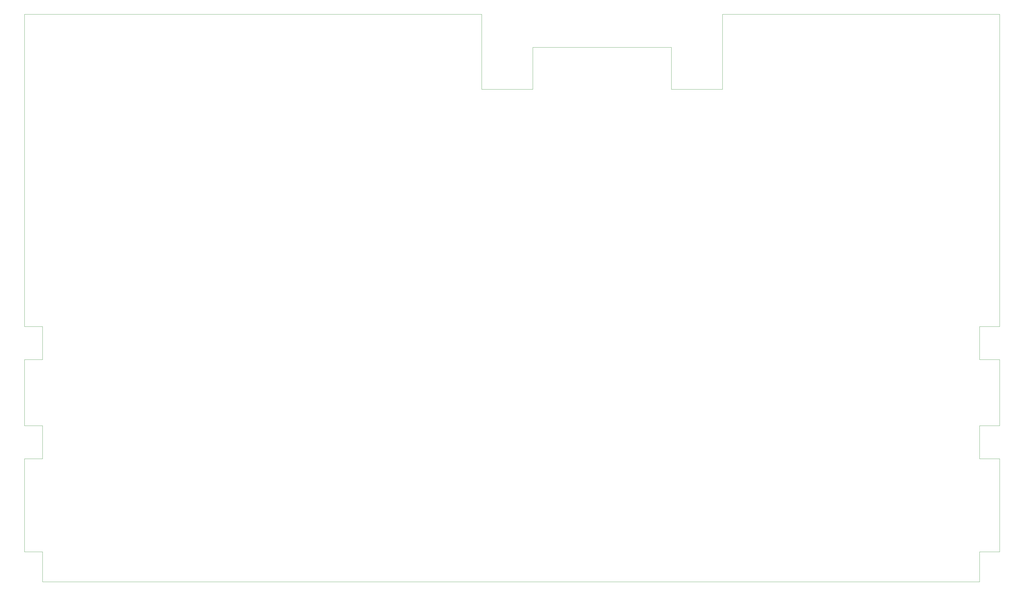
<source format=gm1>
G04 #@! TF.GenerationSoftware,KiCad,Pcbnew,(5.1.0)-1*
G04 #@! TF.CreationDate,2020-11-23T22:02:09+01:00*
G04 #@! TF.ProjectId,Atari 130XE,41746172-6920-4313-9330-58452e6b6963,1.1*
G04 #@! TF.SameCoordinates,Original*
G04 #@! TF.FileFunction,Profile,NP*
%FSLAX46Y46*%
G04 Gerber Fmt 4.6, Leading zero omitted, Abs format (unit mm)*
G04 Created by KiCad (PCBNEW (5.1.0)-1) date 2020-11-23 22:02:09*
%MOMM*%
%LPD*%
G04 APERTURE LIST*
%ADD10C,0.050000*%
G04 APERTURE END LIST*
D10*
X359000000Y-222000000D02*
X359000000Y-232000000D01*
X359000000Y-222000000D02*
X365700000Y-222000000D01*
X365700000Y-191000000D02*
X365700000Y-222000000D01*
X359000000Y-191000000D02*
X365700000Y-191000000D01*
X359000000Y-180000000D02*
X359000000Y-191000000D01*
X359000000Y-180000000D02*
X365700000Y-180000000D01*
X365700000Y-158000000D02*
X365700000Y-180000000D01*
X359000000Y-158000000D02*
X365700000Y-158000000D01*
X359000000Y-147000000D02*
X359000000Y-158000000D01*
X359000000Y-147000000D02*
X365700000Y-147000000D01*
X365700000Y-43000000D02*
X365700000Y-147000000D01*
X273400000Y-43000000D02*
X365700000Y-43000000D01*
X273400000Y-68000000D02*
X273400000Y-43000000D01*
X256400000Y-68000000D02*
X273400000Y-68000000D01*
X256400000Y-54000000D02*
X256400000Y-68000000D01*
X210200000Y-54000000D02*
X256400000Y-54000000D01*
X210200000Y-68000000D02*
X210200000Y-54000000D01*
X193200000Y-68000000D02*
X210200000Y-68000000D01*
X193200000Y-43000000D02*
X193200000Y-68000000D01*
X41000000Y-43000000D02*
X193200000Y-43000000D01*
X41000000Y-147000000D02*
X41000000Y-43000000D01*
X47000000Y-147000000D02*
X41000000Y-147000000D01*
X47000000Y-158000000D02*
X47000000Y-147000000D01*
X41000000Y-158000000D02*
X47000000Y-158000000D01*
X41000000Y-180000000D02*
X41000000Y-158000000D01*
X47000000Y-180000000D02*
X41000000Y-180000000D01*
X47000000Y-191000000D02*
X47000000Y-180000000D01*
X41000000Y-191000000D02*
X47000000Y-191000000D01*
X41000000Y-222000000D02*
X41000000Y-191000000D01*
X47000000Y-222000000D02*
X41000000Y-222000000D01*
X47000000Y-232000000D02*
X47000000Y-222000000D01*
X359000000Y-232000000D02*
X47000000Y-232000000D01*
M02*

</source>
